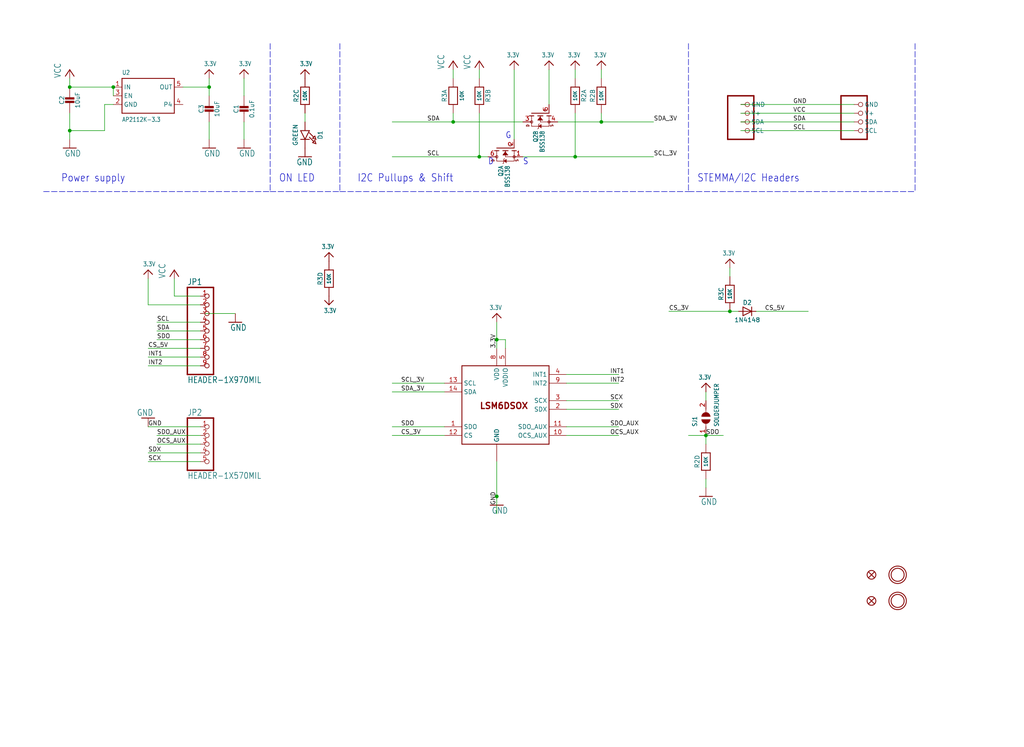
<source format=kicad_sch>
(kicad_sch (version 20211123) (generator eeschema)
  (paper "User" 298.45 217.881)
  (lib_symbols
    (symbol "Adafruit_LSM6DSOX-eagle-import:3.3V" (power)
      (property "Value" "3.3V" (at -1.524 1.016 0))
      (symbol "3.3V_1_0"
        (polyline (pts (xy -1.27 -1.27) (xy 0 0)) (stroke (width 0.254)))
        (polyline (pts (xy 0 0) (xy 1.27 -1.27)) (stroke (width 0.254)))
        (pin power_in line (at 0 -2.54 90) (length 2.54) (name "3.3V") (number "1"))
      )
    )
    (symbol "Adafruit_LSM6DSOX-eagle-import:CAP_CERAMIC0603_NO"
      (property "Reference" "C" (at -2.29 1.25 90))
      (property "Value" "CAP_CERAMIC0603_NO" (at 2.3 1.25 90))
      (symbol "CAP_CERAMIC0603_NO_1_0"
        (rectangle (start -1.27 0.508) (end 1.27 1.016) (fill (type outline)))
        (rectangle (start -1.27 1.524) (end 1.27 2.032) (fill (type outline)))
        (polyline (pts (xy 0 0.762) (xy 0 0)) (stroke (width 0.1524)))
        (polyline (pts (xy 0 2.54) (xy 0 1.778)) (stroke (width 0.1524)))
        (pin passive line (at 0 5.08 270) (length 2.54) (name "1") (number "1"))
        (pin passive line (at 0 -2.54 90) (length 2.54) (name "2") (number "2"))
      )
    )
    (symbol "Adafruit_LSM6DSOX-eagle-import:CAP_CERAMIC0805-NOOUTLINE"
      (property "Reference" "C" (at -2.29 1.25 90))
      (property "Value" "CAP_CERAMIC0805-NOOUTLINE" (at 2.3 1.25 90))
      (symbol "CAP_CERAMIC0805-NOOUTLINE_1_0"
        (rectangle (start -1.27 0.508) (end 1.27 1.016) (fill (type outline)))
        (rectangle (start -1.27 1.524) (end 1.27 2.032) (fill (type outline)))
        (polyline (pts (xy 0 0.762) (xy 0 0)) (stroke (width 0.1524)))
        (polyline (pts (xy 0 2.54) (xy 0 1.778)) (stroke (width 0.1524)))
        (pin passive line (at 0 5.08 270) (length 2.54) (name "1") (number "1"))
        (pin passive line (at 0 -2.54 90) (length 2.54) (name "2") (number "2"))
      )
    )
    (symbol "Adafruit_LSM6DSOX-eagle-import:DIODESOD-323"
      (property "Reference" "D" (at 0 2.54 0))
      (property "Value" "DIODESOD-323" (at 0 -2.5 0))
      (symbol "DIODESOD-323_1_0"
        (polyline (pts (xy -1.27 -1.27) (xy 1.27 0)) (stroke (width 0.254)))
        (polyline (pts (xy -1.27 1.27) (xy -1.27 -1.27)) (stroke (width 0.254)))
        (polyline (pts (xy 1.27 0) (xy -1.27 1.27)) (stroke (width 0.254)))
        (polyline (pts (xy 1.27 0) (xy 1.27 -1.27)) (stroke (width 0.254)))
        (polyline (pts (xy 1.27 1.27) (xy 1.27 0)) (stroke (width 0.254)))
        (pin passive line (at -2.54 0 0) (length 2.54) (name "A") (number "A"))
        (pin passive line (at 2.54 0 180) (length 2.54) (name "C") (number "C"))
      )
    )
    (symbol "Adafruit_LSM6DSOX-eagle-import:FIDUCIAL_1MM"
      (symbol "FIDUCIAL_1MM_1_0"
        (polyline (pts (xy -0.762 0.762) (xy 0.762 -0.762)) (stroke (width 0.254)))
        (polyline (pts (xy 0.762 0.762) (xy -0.762 -0.762)) (stroke (width 0.254)))
        (circle (center 0 0) (radius 1.27) (stroke (width 0.254)))
      )
    )
    (symbol "Adafruit_LSM6DSOX-eagle-import:GND" (power)
      (property "Value" "GND" (at -2.54 -2.54 0))
      (symbol "GND_1_0"
        (polyline (pts (xy -1.905 0) (xy 1.905 0)) (stroke (width 0.254)))
        (pin power_in line (at 0 2.54 270) (length 2.54) (name "GND") (number "1"))
      )
    )
    (symbol "Adafruit_LSM6DSOX-eagle-import:HEADER-1X570MIL"
      (property "Reference" "JP" (at -6.35 8.255 0))
      (property "Value" "HEADER-1X570MIL" (at -6.35 -10.16 0))
      (symbol "HEADER-1X570MIL_1_0"
        (polyline (pts (xy -6.35 -7.62) (xy 1.27 -7.62)) (stroke (width 0.4064)))
        (polyline (pts (xy -6.35 7.62) (xy -6.35 -7.62)) (stroke (width 0.4064)))
        (polyline (pts (xy 1.27 -7.62) (xy 1.27 7.62)) (stroke (width 0.4064)))
        (polyline (pts (xy 1.27 7.62) (xy -6.35 7.62)) (stroke (width 0.4064)))
        (pin passive inverted (at -2.54 5.08 0) (length 2.54) (name "1") (number "1"))
        (pin passive inverted (at -2.54 2.54 0) (length 2.54) (name "2") (number "2"))
        (pin passive inverted (at -2.54 0 0) (length 2.54) (name "3") (number "3"))
        (pin passive inverted (at -2.54 -2.54 0) (length 2.54) (name "4") (number "4"))
        (pin passive inverted (at -2.54 -5.08 0) (length 2.54) (name "5") (number "5"))
      )
    )
    (symbol "Adafruit_LSM6DSOX-eagle-import:HEADER-1X970MIL"
      (property "Reference" "JP" (at -6.35 13.335 0))
      (property "Value" "HEADER-1X970MIL" (at -6.35 -15.24 0))
      (symbol "HEADER-1X970MIL_1_0"
        (polyline (pts (xy -6.35 -12.7) (xy 1.27 -12.7)) (stroke (width 0.4064)))
        (polyline (pts (xy -6.35 12.7) (xy -6.35 -12.7)) (stroke (width 0.4064)))
        (polyline (pts (xy 1.27 -12.7) (xy 1.27 12.7)) (stroke (width 0.4064)))
        (polyline (pts (xy 1.27 12.7) (xy -6.35 12.7)) (stroke (width 0.4064)))
        (pin passive inverted (at -2.54 10.16 0) (length 2.54) (name "1") (number "1"))
        (pin passive inverted (at -2.54 7.62 0) (length 2.54) (name "2") (number "2"))
        (pin passive inverted (at -2.54 5.08 0) (length 2.54) (name "3") (number "3"))
        (pin passive inverted (at -2.54 2.54 0) (length 2.54) (name "4") (number "4"))
        (pin passive inverted (at -2.54 0 0) (length 2.54) (name "5") (number "5"))
        (pin passive inverted (at -2.54 -2.54 0) (length 2.54) (name "6") (number "6"))
        (pin passive inverted (at -2.54 -5.08 0) (length 2.54) (name "7") (number "7"))
        (pin passive inverted (at -2.54 -7.62 0) (length 2.54) (name "8") (number "8"))
        (pin passive inverted (at -2.54 -10.16 0) (length 2.54) (name "9") (number "9"))
      )
    )
    (symbol "Adafruit_LSM6DSOX-eagle-import:LED0603_NOOUTLINE"
      (property "Reference" "D" (at -1.27 4.445 0))
      (property "Value" "LED0603_NOOUTLINE" (at -1.27 -2.794 0))
      (symbol "LED0603_NOOUTLINE_1_0"
        (polyline (pts (xy -2.54 -1.27) (xy 0 0)) (stroke (width 0.254)))
        (polyline (pts (xy -2.54 1.27) (xy -2.54 -1.27)) (stroke (width 0.254)))
        (polyline (pts (xy -1.905 1.27) (xy -0.635 2.54)) (stroke (width 0.254)))
        (polyline (pts (xy -0.9525 2.8575) (xy -0.3175 2.2225)) (stroke (width 0.254)))
        (polyline (pts (xy -0.635 1.27) (xy 0.635 2.54)) (stroke (width 0.254)))
        (polyline (pts (xy -0.3175 2.2225) (xy 0 3.175)) (stroke (width 0.254)))
        (polyline (pts (xy 0 0) (xy -2.54 1.27)) (stroke (width 0.254)))
        (polyline (pts (xy 0 0) (xy 0 -1.27)) (stroke (width 0.254)))
        (polyline (pts (xy 0 1.27) (xy 0 0)) (stroke (width 0.254)))
        (polyline (pts (xy 0 3.175) (xy -0.9525 2.8575)) (stroke (width 0.254)))
        (polyline (pts (xy 0.3175 2.8575) (xy 0.9525 2.2225)) (stroke (width 0.254)))
        (polyline (pts (xy 0.9525 2.2225) (xy 1.27 3.175)) (stroke (width 0.254)))
        (polyline (pts (xy 1.27 3.175) (xy 0.3175 2.8575)) (stroke (width 0.254)))
        (pin passive line (at -5.08 0 0) (length 2.54) (name "A") (number "A"))
        (pin passive line (at 2.54 0 180) (length 2.54) (name "C") (number "C"))
      )
    )
    (symbol "Adafruit_LSM6DSOX-eagle-import:LSM6DSOX"
      (symbol "LSM6DSOX_1_0"
        (polyline (pts (xy -10.16 -12.7) (xy -10.16 10.16)) (stroke (width 0.254)))
        (polyline (pts (xy -10.16 10.16) (xy 15.24 10.16)) (stroke (width 0.254)))
        (polyline (pts (xy 15.24 -12.7) (xy -10.16 -12.7)) (stroke (width 0.254)))
        (polyline (pts (xy 15.24 10.16) (xy 15.24 -12.7)) (stroke (width 0.254)))
        (text "LSM6DSOX" (at -5.08 -2.54 0) (effects (font (size 1.778 1.778) (thickness 0.3556) bold) (justify left bottom)))
        (pin bidirectional line (at -15.24 -7.62 0) (length 5.08) (name "SDO") (number "1"))
        (pin bidirectional line (at 20.32 -10.16 180) (length 5.08) (name "OCS_AUX") (number "10"))
        (pin bidirectional line (at 20.32 -7.62 180) (length 5.08) (name "SDO_AUX") (number "11"))
        (pin bidirectional line (at -15.24 -10.16 0) (length 5.08) (name "CS") (number "12"))
        (pin bidirectional line (at -15.24 5.08 0) (length 5.08) (name "SCL") (number "13"))
        (pin bidirectional line (at -15.24 2.54 0) (length 5.08) (name "SDA") (number "14"))
        (pin bidirectional line (at 20.32 -2.54 180) (length 5.08) (name "SDX") (number "2"))
        (pin bidirectional line (at 20.32 0 180) (length 5.08) (name "SCX") (number "3"))
        (pin bidirectional line (at 20.32 7.62 180) (length 5.08) (name "INT1") (number "4"))
        (pin power_in line (at 2.54 15.24 270) (length 5.08) (name "VDDIO") (number "5"))
        (pin power_in line (at 0 -17.78 90) (length 5.08) (name "GND") (number "6"))
        (pin power_in line (at 0 -17.78 90) (length 5.08) (name "GND") (number "7"))
        (pin power_in line (at 0 15.24 270) (length 5.08) (name "VDD") (number "8"))
        (pin bidirectional line (at 20.32 5.08 180) (length 5.08) (name "INT2") (number "9"))
      )
    )
    (symbol "Adafruit_LSM6DSOX-eagle-import:MOSFET-N_DUAL"
      (property "Reference" "Q" (at 5.08 0.635 0))
      (property "Value" "MOSFET-N_DUAL" (at 5.08 -1.27 0))
      (symbol "MOSFET-N_DUAL_1_0"
        (polyline (pts (xy 0 2.54) (xy 0 -2.54)) (stroke (width 0.254)))
        (polyline (pts (xy 0.762 -2.54) (xy 0.762 -3.175)) (stroke (width 0.254)))
        (polyline (pts (xy 0.762 -1.905) (xy 0.762 -2.54)) (stroke (width 0.254)))
        (polyline (pts (xy 0.762 0) (xy 0.762 -0.762)) (stroke (width 0.254)))
        (polyline (pts (xy 0.762 0) (xy 2.54 0)) (stroke (width 0.1524)))
        (polyline (pts (xy 0.762 0.762) (xy 0.762 0)) (stroke (width 0.254)))
        (polyline (pts (xy 0.762 2.54) (xy 0.762 1.905)) (stroke (width 0.254)))
        (polyline (pts (xy 0.762 2.54) (xy 3.81 2.54)) (stroke (width 0.1524)))
        (polyline (pts (xy 0.762 3.175) (xy 0.762 2.54)) (stroke (width 0.254)))
        (polyline (pts (xy 2.54 -2.54) (xy 0.762 -2.54)) (stroke (width 0.1524)))
        (polyline (pts (xy 2.54 -2.54) (xy 3.81 -2.54)) (stroke (width 0.1524)))
        (polyline (pts (xy 2.54 0) (xy 2.54 -2.54)) (stroke (width 0.1524)))
        (polyline (pts (xy 3.302 0.508) (xy 3.048 0.254)) (stroke (width 0.1524)))
        (polyline (pts (xy 3.81 0.508) (xy 3.302 0.508)) (stroke (width 0.1524)))
        (polyline (pts (xy 3.81 0.508) (xy 3.81 -2.54)) (stroke (width 0.1524)))
        (polyline (pts (xy 3.81 2.54) (xy 3.81 0.508)) (stroke (width 0.1524)))
        (polyline (pts (xy 4.318 0.508) (xy 3.81 0.508)) (stroke (width 0.1524)))
        (polyline (pts (xy 4.572 0.762) (xy 4.318 0.508)) (stroke (width 0.1524)))
        (polyline (pts (xy 1.016 0) (xy 2.032 0.762) (xy 2.032 -0.762)) (fill (type outline)))
        (polyline (pts (xy 3.81 0.508) (xy 3.302 -0.254) (xy 4.318 -0.254)) (fill (type outline)))
        (circle (center 2.54 -2.54) (radius 0.3592))
        (circle (center 2.54 2.54) (radius 0.3592))
        (text "D" (at 3.175 3.175 0) (effects (font (size 0.8128 0.6908)) (justify left bottom)))
        (text "G" (at -1.27 -1.905 0) (effects (font (size 0.8128 0.6908)) (justify left bottom)))
        (text "S" (at 3.175 -3.81 0) (effects (font (size 0.8128 0.6908)) (justify left bottom)))
        (pin bidirectional line (at 2.54 -5.08 90) (length 2.54) (name "S") (number "1"))
        (pin bidirectional line (at -2.54 -2.54 0) (length 2.54) (name "G") (number "2"))
        (pin bidirectional line (at 2.54 5.08 270) (length 2.54) (name "D") (number "6"))
      )
      (symbol "MOSFET-N_DUAL_2_0"
        (polyline (pts (xy 0 2.54) (xy 0 -2.54)) (stroke (width 0.254)))
        (polyline (pts (xy 0.762 -2.54) (xy 0.762 -3.175)) (stroke (width 0.254)))
        (polyline (pts (xy 0.762 -1.905) (xy 0.762 -2.54)) (stroke (width 0.254)))
        (polyline (pts (xy 0.762 0) (xy 0.762 -0.762)) (stroke (width 0.254)))
        (polyline (pts (xy 0.762 0) (xy 2.54 0)) (stroke (width 0.1524)))
        (polyline (pts (xy 0.762 0.762) (xy 0.762 0)) (stroke (width 0.254)))
        (polyline (pts (xy 0.762 2.54) (xy 0.762 1.905)) (stroke (width 0.254)))
        (polyline (pts (xy 0.762 2.54) (xy 3.81 2.54)) (stroke (width 0.1524)))
        (polyline (pts (xy 0.762 3.175) (xy 0.762 2.54)) (stroke (width 0.254)))
        (polyline (pts (xy 2.54 -2.54) (xy 0.762 -2.54)) (stroke (width 0.1524)))
        (polyline (pts (xy 2.54 -2.54) (xy 3.81 -2.54)) (stroke (width 0.1524)))
        (polyline (pts (xy 2.54 0) (xy 2.54 -2.54)) (stroke (width 0.1524)))
        (polyline (pts (xy 3.302 0.508) (xy 3.048 0.254)) (stroke (width 0.1524)))
        (polyline (pts (xy 3.81 0.508) (xy 3.302 0.508)) (stroke (width 0.1524)))
        (polyline (pts (xy 3.81 0.508) (xy 3.81 -2.54)) (stroke (width 0.1524)))
        (polyline (pts (xy 3.81 2.54) (xy 3.81 0.508)) (stroke (width 0.1524)))
        (polyline (pts (xy 4.318 0.508) (xy 3.81 0.508)) (stroke (width 0.1524)))
        (polyline (pts (xy 4.572 0.762) (xy 4.318 0.508)) (stroke (width 0.1524)))
        (polyline (pts (xy 1.016 0) (xy 2.032 0.762) (xy 2.032 -0.762)) (fill (type outline)))
        (polyline (pts (xy 3.81 0.508) (xy 3.302 -0.254) (xy 4.318 -0.254)) (fill (type outline)))
        (circle (center 2.54 -2.54) (radius 0.3592))
        (circle (center 2.54 2.54) (radius 0.3592))
        (text "D" (at 3.175 3.175 0) (effects (font (size 0.8128 0.6908)) (justify left bottom)))
        (text "G" (at -1.27 -1.905 0) (effects (font (size 0.8128 0.6908)) (justify left bottom)))
        (text "S" (at 3.175 -3.81 0) (effects (font (size 0.8128 0.6908)) (justify left bottom)))
        (pin bidirectional line (at 2.54 5.08 270) (length 2.54) (name "D") (number "3"))
        (pin bidirectional line (at 2.54 -5.08 90) (length 2.54) (name "S") (number "4"))
        (pin bidirectional line (at -2.54 -2.54 0) (length 2.54) (name "G") (number "5"))
      )
    )
    (symbol "Adafruit_LSM6DSOX-eagle-import:MOUNTINGHOLE2.5"
      (symbol "MOUNTINGHOLE2.5_1_0"
        (circle (center 0 0) (radius 1.905) (stroke (width 0.254)))
        (circle (center 0 0) (radius 2.54) (stroke (width 0.254)))
      )
    )
    (symbol "Adafruit_LSM6DSOX-eagle-import:RESISTOR_4PACK"
      (property "Reference" "R" (at 0 2.54 0))
      (property "Value" "RESISTOR_4PACK" (at 0 0 0))
      (symbol "RESISTOR_4PACK_1_0"
        (polyline (pts (xy -2.54 -1.27) (xy -2.54 1.27)) (stroke (width 0.254)))
        (polyline (pts (xy -2.54 1.27) (xy 2.54 1.27)) (stroke (width 0.254)))
        (polyline (pts (xy 2.54 -1.27) (xy -2.54 -1.27)) (stroke (width 0.254)))
        (polyline (pts (xy 2.54 1.27) (xy 2.54 -1.27)) (stroke (width 0.254)))
        (pin passive line (at -5.08 0 0) (length 2.54) (name "1") (number "1"))
        (pin passive line (at 5.08 0 180) (length 2.54) (name "2") (number "8"))
      )
      (symbol "RESISTOR_4PACK_2_0"
        (polyline (pts (xy -2.54 -1.27) (xy -2.54 1.27)) (stroke (width 0.254)))
        (polyline (pts (xy -2.54 1.27) (xy 2.54 1.27)) (stroke (width 0.254)))
        (polyline (pts (xy 2.54 -1.27) (xy -2.54 -1.27)) (stroke (width 0.254)))
        (polyline (pts (xy 2.54 1.27) (xy 2.54 -1.27)) (stroke (width 0.254)))
        (pin passive line (at -5.08 0 0) (length 2.54) (name "1") (number "2"))
        (pin passive line (at 5.08 0 180) (length 2.54) (name "2") (number "7"))
      )
      (symbol "RESISTOR_4PACK_3_0"
        (polyline (pts (xy -2.54 -1.27) (xy -2.54 1.27)) (stroke (width 0.254)))
        (polyline (pts (xy -2.54 1.27) (xy 2.54 1.27)) (stroke (width 0.254)))
        (polyline (pts (xy 2.54 -1.27) (xy -2.54 -1.27)) (stroke (width 0.254)))
        (polyline (pts (xy 2.54 1.27) (xy 2.54 -1.27)) (stroke (width 0.254)))
        (pin passive line (at -5.08 0 0) (length 2.54) (name "1") (number "3"))
        (pin passive line (at 5.08 0 180) (length 2.54) (name "2") (number "6"))
      )
      (symbol "RESISTOR_4PACK_4_0"
        (polyline (pts (xy -2.54 -1.27) (xy -2.54 1.27)) (stroke (width 0.254)))
        (polyline (pts (xy -2.54 1.27) (xy 2.54 1.27)) (stroke (width 0.254)))
        (polyline (pts (xy 2.54 -1.27) (xy -2.54 -1.27)) (stroke (width 0.254)))
        (polyline (pts (xy 2.54 1.27) (xy 2.54 -1.27)) (stroke (width 0.254)))
        (pin passive line (at -5.08 0 0) (length 2.54) (name "1") (number "4"))
        (pin passive line (at 5.08 0 180) (length 2.54) (name "2") (number "5"))
      )
    )
    (symbol "Adafruit_LSM6DSOX-eagle-import:SOLDERJUMPER"
      (property "Reference" "SJ" (at -2.54 2.54 0))
      (property "Value" "SOLDERJUMPER" (at -2.54 -3.81 0))
      (symbol "SOLDERJUMPER_1_0"
        (arc (start -0.381 1.2699) (mid -1.6508 0) (end -0.381 -1.2699) (stroke (width 0.0001)) (fill (type outline)))
        (polyline (pts (xy -2.54 0) (xy -1.651 0)) (stroke (width 0.1524)))
        (polyline (pts (xy 2.54 0) (xy 1.651 0)) (stroke (width 0.1524)))
        (arc (start 0.381 -1.2699) (mid 1.6508 0) (end 0.381 1.2699) (stroke (width 0.0001)) (fill (type outline)))
        (pin passive line (at -5.08 0 0) (length 2.54) (name "1") (number "1"))
        (pin passive line (at 5.08 0 180) (length 2.54) (name "2") (number "2"))
      )
    )
    (symbol "Adafruit_LSM6DSOX-eagle-import:STEMMA_I2C_QT"
      (symbol "STEMMA_I2C_QT_1_0"
        (polyline (pts (xy -3.81 -5.08) (xy 3.81 -5.08)) (stroke (width 0.4064)))
        (polyline (pts (xy -3.81 7.62) (xy -3.81 -5.08)) (stroke (width 0.4064)))
        (polyline (pts (xy 3.81 -5.08) (xy 3.81 7.62)) (stroke (width 0.4064)))
        (polyline (pts (xy 3.81 7.62) (xy -3.81 7.62)) (stroke (width 0.4064)))
        (pin passive inverted (at 0 5.08 0) (length 2.54) (name "GND") (number "1"))
        (pin passive inverted (at 0 2.54 0) (length 2.54) (name "V+") (number "2"))
        (pin passive inverted (at 0 0 0) (length 2.54) (name "SDA") (number "3"))
        (pin passive inverted (at 0 -2.54 0) (length 2.54) (name "SCL") (number "4"))
      )
      (symbol "STEMMA_I2C_QT_2_0"
        (pin bidirectional line (at 0 0 0) (length 5.08) (name "MT") (number "MT1"))
      )
      (symbol "STEMMA_I2C_QT_3_0"
        (pin bidirectional line (at 0 0 0) (length 5.08) (name "MT") (number "MT2"))
      )
    )
    (symbol "Adafruit_LSM6DSOX-eagle-import:VCC" (power)
      (property "Value" "VCC" (at -2.54 -2.54 90))
      (symbol "VCC_1_0"
        (polyline (pts (xy 0 0) (xy -1.27 -1.905)) (stroke (width 0.254)))
        (polyline (pts (xy 1.27 -1.905) (xy 0 0)) (stroke (width 0.254)))
        (pin power_in line (at 0 -2.54 90) (length 2.54) (name "VCC") (number "1"))
      )
    )
    (symbol "Adafruit_LSM6DSOX-eagle-import:VREG_SOT23-5"
      (property "Reference" "U" (at -7.62 6.096 0))
      (property "Value" "VREG_SOT23-5" (at -7.62 -7.62 0))
      (symbol "VREG_SOT23-5_1_0"
        (polyline (pts (xy -7.62 -5.08) (xy -7.62 5.08)) (stroke (width 0.254)))
        (polyline (pts (xy -7.62 5.08) (xy 7.62 5.08)) (stroke (width 0.254)))
        (polyline (pts (xy 7.62 -5.08) (xy -7.62 -5.08)) (stroke (width 0.254)))
        (polyline (pts (xy 7.62 5.08) (xy 7.62 -5.08)) (stroke (width 0.254)))
        (pin power_in line (at -10.16 2.54 0) (length 2.54) (name "IN") (number "1"))
        (pin power_in line (at -10.16 -2.54 0) (length 2.54) (name "GND") (number "2"))
        (pin input line (at -10.16 0 0) (length 2.54) (name "EN") (number "3"))
        (pin bidirectional line (at 10.16 -2.54 180) (length 2.54) (name "P4") (number "4"))
        (pin power_in line (at 10.16 2.54 180) (length 2.54) (name "OUT") (number "5"))
      )
    )
  )
  (junction (at 205.74 127))
  (junction (at 212.725 90.805))
  (junction (at 144.78 99.06))
  (junction (at 60.96 25.4))
  (junction (at 20.32 38.1))
  (junction (at 167.64 45.72))
  (junction (at 139.7 45.72))
  (junction (at 175.26 35.56))
  (junction (at 33.02 25.4))
  (junction (at 144.78 144.78))
  (junction (at 20.32 25.4))
  (junction (at 132.08 35.56))
  (wire (pts (xy 60.96 25.4) (xy 60.96 22.86)))
  (polyline (pts (xy 78.74 55.88) (xy 99.06 55.88)))
  (wire (pts (xy 167.64 22.86) (xy 167.64 20.32)))
  (wire (pts (xy 43.18 88.9) (xy 43.18 81.28)))
  (wire (pts (xy 20.32 38.1) (xy 20.32 33.02)))
  (polyline (pts (xy 99.06 12.7) (xy 99.06 55.88)))
  (polyline (pts (xy 200.66 12.7) (xy 200.66 55.88)))
  (wire (pts (xy 144.78 144.78) (xy 144.78 149.86)))
  (wire (pts (xy 33.02 27.94) (xy 33.02 25.4)))
  (wire (pts (xy 160.02 30.48) (xy 160.02 20.32)))
  (wire (pts (xy 58.42 93.98) (xy 45.72 93.98)))
  (wire (pts (xy 139.7 22.86) (xy 139.7 20.32)))
  (wire (pts (xy 215.9 33.02) (xy 248.92 33.02)))
  (wire (pts (xy 144.78 134.62) (xy 144.78 144.78)))
  (wire (pts (xy 60.96 35.56) (xy 60.96 40.64)))
  (wire (pts (xy 152.4 35.56) (xy 132.08 35.56)))
  (wire (pts (xy 43.18 106.68) (xy 58.42 106.68)))
  (wire (pts (xy 58.42 86.36) (xy 50.8 86.36)))
  (wire (pts (xy 129.54 111.76) (xy 114.3 111.76)))
  (wire (pts (xy 165.1 124.46) (xy 180.34 124.46)))
  (wire (pts (xy 205.74 129.54) (xy 205.74 127)))
  (wire (pts (xy 212.725 80.645) (xy 212.725 78.105)))
  (wire (pts (xy 162.56 35.56) (xy 175.26 35.56)))
  (wire (pts (xy 58.42 127) (xy 45.72 127)))
  (wire (pts (xy 33.02 25.4) (xy 20.32 25.4)))
  (wire (pts (xy 167.64 33.02) (xy 167.64 45.72)))
  (wire (pts (xy 58.42 101.6) (xy 43.18 101.6)))
  (wire (pts (xy 142.24 45.72) (xy 139.7 45.72)))
  (wire (pts (xy 248.92 35.56) (xy 215.9 35.56)))
  (wire (pts (xy 144.78 101.6) (xy 144.78 99.06)))
  (wire (pts (xy 20.32 22.86) (xy 20.32 25.4)))
  (wire (pts (xy 33.02 30.48) (xy 30.48 30.48)))
  (wire (pts (xy 147.32 101.6) (xy 147.32 99.06)))
  (wire (pts (xy 165.1 119.38) (xy 180.34 119.38)))
  (wire (pts (xy 30.48 30.48) (xy 30.48 38.1)))
  (wire (pts (xy 132.08 33.02) (xy 132.08 35.56)))
  (wire (pts (xy 71.12 35.56) (xy 71.12 40.64)))
  (polyline (pts (xy 12.7 55.88) (xy 78.74 55.88)))
  (wire (pts (xy 71.12 22.86) (xy 71.12 27.94)))
  (polyline (pts (xy 266.7 12.7) (xy 266.7 55.88)))
  (wire (pts (xy 147.32 99.06) (xy 144.78 99.06)))
  (wire (pts (xy 58.42 104.14) (xy 43.18 104.14)))
  (wire (pts (xy 58.42 96.52) (xy 45.72 96.52)))
  (polyline (pts (xy 200.66 55.88) (xy 266.7 55.88)))
  (wire (pts (xy 205.74 116.84) (xy 205.74 114.3)))
  (wire (pts (xy 20.32 38.1) (xy 20.32 40.64)))
  (wire (pts (xy 149.86 40.64) (xy 149.86 20.32)))
  (wire (pts (xy 129.54 124.46) (xy 114.3 124.46)))
  (wire (pts (xy 248.92 30.48) (xy 215.9 30.48)))
  (wire (pts (xy 215.265 90.805) (xy 212.725 90.805)))
  (wire (pts (xy 88.9 35.56) (xy 88.9 33.02)))
  (wire (pts (xy 58.42 88.9) (xy 43.18 88.9)))
  (wire (pts (xy 167.64 45.72) (xy 190.5 45.72)))
  (wire (pts (xy 132.08 35.56) (xy 114.3 35.56)))
  (wire (pts (xy 58.42 134.62) (xy 43.18 134.62)))
  (polyline (pts (xy 78.74 12.7) (xy 78.74 55.88)))
  (wire (pts (xy 165.1 127) (xy 180.34 127)))
  (wire (pts (xy 144.78 99.06) (xy 144.78 93.98)))
  (wire (pts (xy 212.725 90.805) (xy 194.945 90.805)))
  (wire (pts (xy 139.7 45.72) (xy 114.3 45.72)))
  (wire (pts (xy 139.7 33.02) (xy 139.7 45.72)))
  (wire (pts (xy 58.42 129.54) (xy 45.72 129.54)))
  (wire (pts (xy 165.1 116.84) (xy 180.34 116.84)))
  (wire (pts (xy 205.74 142.24) (xy 205.74 139.7)))
  (wire (pts (xy 152.4 45.72) (xy 167.64 45.72)))
  (wire (pts (xy 175.26 22.86) (xy 175.26 20.32)))
  (wire (pts (xy 220.345 90.805) (xy 235.585 90.805)))
  (wire (pts (xy 58.42 124.46) (xy 43.18 124.46)))
  (wire (pts (xy 205.74 127) (xy 200.66 127)))
  (wire (pts (xy 50.8 86.36) (xy 50.8 81.28)))
  (wire (pts (xy 129.54 127) (xy 114.3 127)))
  (wire (pts (xy 205.74 127) (xy 210.82 127)))
  (wire (pts (xy 215.9 38.1) (xy 248.92 38.1)))
  (wire (pts (xy 58.42 132.08) (xy 43.18 132.08)))
  (wire (pts (xy 60.96 25.4) (xy 60.96 27.94)))
  (wire (pts (xy 165.1 111.76) (xy 180.34 111.76)))
  (wire (pts (xy 132.08 22.86) (xy 132.08 20.32)))
  (wire (pts (xy 175.26 35.56) (xy 190.5 35.56)))
  (wire (pts (xy 53.34 25.4) (xy 60.96 25.4)))
  (wire (pts (xy 175.26 33.02) (xy 175.26 35.56)))
  (wire (pts (xy 129.54 114.3) (xy 114.3 114.3)))
  (wire (pts (xy 58.42 99.06) (xy 45.72 99.06)))
  (wire (pts (xy 58.42 91.44) (xy 68.58 91.44)))
  (wire (pts (xy 30.48 38.1) (xy 20.32 38.1)))
  (wire (pts (xy 165.1 109.22) (xy 180.34 109.22)))
  (polyline (pts (xy 99.06 55.88) (xy 200.66 55.88)))
  (text "Power supply" (at 17.78 53.34 180) (effects (font (size 2.1844 1.8567)) (justify left bottom)))
  (text "G" (at 147.32 40.64 180) (effects (font (size 1.778 1.5113)) (justify left bottom)))
  (text "S" (at 152.4 48.26 180) (effects (font (size 1.778 1.5113)) (justify left bottom)))
  (text "I2C Pullups & Shift" (at 104.14 53.34 180) (effects (font (size 2.1844 1.8567)) (justify left bottom)))
  (text "D" (at 142.24 48.26 180) (effects (font (size 1.778 1.5113)) (justify left bottom)))
  (text "STEMMA/I2C Headers" (at 203.2 53.34 180) (effects (font (size 2.1844 1.8567)) (justify left bottom)))
  (text "ON LED" (at 81.28 53.34 180) (effects (font (size 2.1844 1.8567)) (justify left bottom)))
  (label "SCL" (at 124.46 45.72 0) (effects (font (size 1.2446 1.2446))))
  (label "CS_5V" (at 43.18 101.6 0) (effects (font (size 1.2446 1.2446))))
  (label "INT1" (at 43.18 104.14 0) (effects (font (size 1.2446 1.2446))))
  (label "GND" (at 43.18 124.46 0) (effects (font (size 1.2446 1.2446))))
  (label "SCL_3V" (at 190.5 45.72 0) (effects (font (size 1.2446 1.2446))))
  (label "3.3V" (at 144.78 101.6 90) (effects (font (size 1.2446 1.2446))))
  (label "SCL_3V" (at 116.84 111.76 0) (effects (font (size 1.2446 1.2446))))
  (label "SDX" (at 177.8 119.38 0) (effects (font (size 1.2446 1.2446))))
  (label "SDO" (at 116.84 124.46 0) (effects (font (size 1.2446 1.2446))))
  (label "SDO" (at 45.72 99.06 0) (effects (font (size 1.2446 1.2446))))
  (label "CS_5V" (at 222.885 90.805 0) (effects (font (size 1.2446 1.2446))))
  (label "INT2" (at 177.8 111.76 0) (effects (font (size 1.2446 1.2446))))
  (label "SDO_AUX" (at 177.8 124.46 0) (effects (font (size 1.2446 1.2446))))
  (label "SCX" (at 177.8 116.84 0) (effects (font (size 1.2446 1.2446))))
  (label "GND" (at 144.78 147.32 90) (effects (font (size 1.2446 1.2446))))
  (label "VCC" (at 231.14 33.02 0) (effects (font (size 1.2446 1.2446))))
  (label "SDA" (at 45.72 96.52 0) (effects (font (size 1.2446 1.2446))))
  (label "OCS_AUX" (at 45.72 129.54 0) (effects (font (size 1.2446 1.2446))))
  (label "INT2" (at 43.18 106.68 0) (effects (font (size 1.2446 1.2446))))
  (label "CS_3V" (at 116.84 127 0) (effects (font (size 1.2446 1.2446))))
  (label "SCL" (at 231.14 38.1 0) (effects (font (size 1.2446 1.2446))))
  (label "SDA" (at 124.46 35.56 0) (effects (font (size 1.2446 1.2446))))
  (label "SDO" (at 205.74 127 0) (effects (font (size 1.2446 1.2446))))
  (label "CS_3V" (at 194.945 90.805 0) (effects (font (size 1.2446 1.2446))))
  (label "SDX" (at 43.18 132.08 0) (effects (font (size 1.2446 1.2446))))
  (label "SCX" (at 43.18 134.62 0) (effects (font (size 1.2446 1.2446))))
  (label "SDO_AUX" (at 45.72 127 0) (effects (font (size 1.2446 1.2446))))
  (label "INT1" (at 177.8 109.22 0) (effects (font (size 1.2446 1.2446))))
  (label "SDA_3V" (at 190.5 35.56 0) (effects (font (size 1.2446 1.2446))))
  (label "OCS_AUX" (at 177.8 127 0) (effects (font (size 1.2446 1.2446))))
  (label "SCL" (at 45.72 93.98 0) (effects (font (size 1.2446 1.2446))))
  (label "SDA" (at 231.14 35.56 0) (effects (font (size 1.2446 1.2446))))
  (label "SDA_3V" (at 116.84 114.3 0) (effects (font (size 1.2446 1.2446))))
  (label "GND" (at 231.14 30.48 0) (effects (font (size 1.2446 1.2446))))
  (symbol (lib_id "Adafruit_LSM6DSOX-eagle-import:VCC") (at 20.32 20.32 0) (unit 1)
    (property "Reference" "#P+3" (effects hide))
    (property "Value" "VCC" (at 17.78 22.86 90) (effects (font (size 1.778 1.5113)) (justify left bottom)))
    (property "Footprint" "Adafruit_LSM6DSOX:" (effects hide))
  )
  (symbol (lib_id "Adafruit_LSM6DSOX-eagle-import:RESISTOR_4PACK") (at 88.9 27.94 90) (unit 3)
    (property "Reference" "R2" (at 86.36 27.94 0))
    (property "Value" "10K" (at 88.9 27.94 0) (effects (font (size 1.016 1.016) bold)))
    (property "Footprint" "Adafruit_LSM6DSOX:RESPACK_4X0603" (effects hide))
  )
  (symbol (lib_id "Adafruit_LSM6DSOX-eagle-import:DIODESOD-323") (at 217.805 90.805 0) (unit 1)
    (property "Reference" "D2" (at 217.805 88.265 0))
    (property "Value" "1N4148" (at 217.805 93.305 0))
    (property "Footprint" "Adafruit_LSM6DSOX:SOD-323" (effects hide))
  )
  (symbol (lib_id "Adafruit_LSM6DSOX-eagle-import:3.3V") (at 167.64 17.78 0) (mirror y) (unit 1)
    (property "Reference" "#U$24" (effects hide))
    (property "Value" "3.3V" (at 169.164 16.764 0) (effects (font (size 1.27 1.0795)) (justify left bottom)))
    (property "Footprint" "Adafruit_LSM6DSOX:" (effects hide))
  )
  (symbol (lib_id "Adafruit_LSM6DSOX-eagle-import:3.3V") (at 144.78 91.44 0) (mirror y) (unit 1)
    (property "Reference" "#U$4" (effects hide))
    (property "Value" "3.3V" (at 146.304 90.424 0) (effects (font (size 1.27 1.0795)) (justify left bottom)))
    (property "Footprint" "Adafruit_LSM6DSOX:" (effects hide))
  )
  (symbol (lib_id "Adafruit_LSM6DSOX-eagle-import:CAP_CERAMIC0805-NOOUTLINE") (at 20.32 30.48 0) (unit 1)
    (property "Reference" "C2" (at 18.03 29.23 90))
    (property "Value" "10uF" (at 22.62 29.23 90))
    (property "Footprint" "Adafruit_LSM6DSOX:0805-NO" (effects hide))
  )
  (symbol (lib_id "Adafruit_LSM6DSOX-eagle-import:3.3V") (at 43.18 78.74 0) (unit 1)
    (property "Reference" "#U$16" (effects hide))
    (property "Value" "3.3V" (at 41.656 77.724 0) (effects (font (size 1.27 1.0795)) (justify left bottom)))
    (property "Footprint" "Adafruit_LSM6DSOX:" (effects hide))
  )
  (symbol (lib_id "Adafruit_LSM6DSOX-eagle-import:RESISTOR_4PACK") (at 205.74 134.62 90) (unit 4)
    (property "Reference" "R2" (at 203.2 134.62 0))
    (property "Value" "10K" (at 205.74 134.62 0) (effects (font (size 1.016 1.016) bold)))
    (property "Footprint" "Adafruit_LSM6DSOX:RESPACK_4X0603" (effects hide))
  )
  (symbol (lib_id "Adafruit_LSM6DSOX-eagle-import:GND") (at 88.9 45.72 0) (unit 1)
    (property "Reference" "#GND6" (effects hide))
    (property "Value" "GND" (at 86.36 48.26 0) (effects (font (size 1.778 1.5113)) (justify left bottom)))
    (property "Footprint" "Adafruit_LSM6DSOX:" (effects hide))
  )
  (symbol (lib_id "Adafruit_LSM6DSOX-eagle-import:MOSFET-N_DUAL") (at 147.32 43.18 90) (mirror x) (unit 1)
    (property "Reference" "Q2" (at 146.685 48.26 0) (effects (font (size 1.27 1.0795)) (justify left bottom)))
    (property "Value" "BSS138" (at 148.59 48.26 0) (effects (font (size 1.27 1.0795)) (justify left bottom)))
    (property "Footprint" "Adafruit_LSM6DSOX:SOT363" (effects hide))
  )
  (symbol (lib_id "Adafruit_LSM6DSOX-eagle-import:3.3V") (at 95.885 73.66 0) (mirror y) (unit 1)
    (property "Reference" "#U$19" (effects hide))
    (property "Value" "3.3V" (at 97.409 72.644 0) (effects (font (size 1.27 1.0795)) (justify left bottom)))
    (property "Footprint" "Adafruit_LSM6DSOX:" (effects hide))
  )
  (symbol (lib_id "Adafruit_LSM6DSOX-eagle-import:GND") (at 144.78 147.32 0) (unit 1)
    (property "Reference" "#U$8" (effects hide))
    (property "Value" "GND" (at 143.256 149.86 0) (effects (font (size 1.778 1.5113)) (justify left bottom)))
    (property "Footprint" "Adafruit_LSM6DSOX:" (effects hide))
  )
  (symbol (lib_id "Adafruit_LSM6DSOX-eagle-import:STEMMA_I2C_QT") (at 215.9 35.56 0) (unit 1)
    (property "Reference" "CONN3" (effects hide))
    (property "Value" "STEMMA_I2C_QT" (effects hide))
    (property "Footprint" "Adafruit_LSM6DSOX:JST_SH4" (effects hide))
  )
  (symbol (lib_id "Adafruit_LSM6DSOX-eagle-import:RESISTOR_4PACK") (at 95.885 81.28 90) (unit 4)
    (property "Reference" "R3" (at 93.345 81.28 0))
    (property "Value" "10K" (at 95.885 81.28 0) (effects (font (size 1.016 1.016) bold)))
    (property "Footprint" "Adafruit_LSM6DSOX:RESPACK_4X0603" (effects hide))
  )
  (symbol (lib_id "Adafruit_LSM6DSOX-eagle-import:3.3V") (at 205.74 111.76 0) (mirror y) (unit 1)
    (property "Reference" "#U$11" (effects hide))
    (property "Value" "3.3V" (at 207.264 110.744 0) (effects (font (size 1.27 1.0795)) (justify left bottom)))
    (property "Footprint" "Adafruit_LSM6DSOX:" (effects hide))
  )
  (symbol (lib_id "Adafruit_LSM6DSOX-eagle-import:HEADER-1X570MIL") (at 60.96 129.54 0) (unit 1)
    (property "Reference" "JP2" (at 54.61 121.285 0) (effects (font (size 1.778 1.5113)) (justify left bottom)))
    (property "Value" "HEADER-1X570MIL" (at 54.61 139.7 0) (effects (font (size 1.778 1.5113)) (justify left bottom)))
    (property "Footprint" "Adafruit_LSM6DSOX:1X05_ROUND_70" (effects hide))
  )
  (symbol (lib_id "Adafruit_LSM6DSOX-eagle-import:MOSFET-N_DUAL") (at 157.48 33.02 90) (mirror x) (unit 2)
    (property "Reference" "Q2" (at 156.845 38.1 0) (effects (font (size 1.27 1.0795)) (justify left bottom)))
    (property "Value" "BSS138" (at 158.75 38.1 0) (effects (font (size 1.27 1.0795)) (justify left bottom)))
    (property "Footprint" "Adafruit_LSM6DSOX:SOT363" (effects hide))
  )
  (symbol (lib_id "Adafruit_LSM6DSOX-eagle-import:GND") (at 43.18 121.92 180) (unit 1)
    (property "Reference" "#U$22" (effects hide))
    (property "Value" "GND" (at 44.704 119.38 0) (effects (font (size 1.778 1.5113)) (justify left bottom)))
    (property "Footprint" "Adafruit_LSM6DSOX:" (effects hide))
  )
  (symbol (lib_id "Adafruit_LSM6DSOX-eagle-import:RESISTOR_4PACK") (at 212.725 85.725 90) (mirror x) (unit 3)
    (property "Reference" "R3" (at 210.185 85.725 0))
    (property "Value" "10K" (at 212.725 85.725 0) (effects (font (size 1.016 1.016) bold)))
    (property "Footprint" "Adafruit_LSM6DSOX:RESPACK_4X0603" (effects hide))
  )
  (symbol (lib_id "Adafruit_LSM6DSOX-eagle-import:MOUNTINGHOLE2.5") (at 261.62 175.26 0) (unit 1)
    (property "Reference" "U$1" (effects hide))
    (property "Value" "MOUNTINGHOLE2.5" (effects hide))
    (property "Footprint" "Adafruit_LSM6DSOX:MOUNTINGHOLE_2.5_PLATED" (effects hide))
  )
  (symbol (lib_id "Adafruit_LSM6DSOX-eagle-import:RESISTOR_4PACK") (at 167.64 27.94 270) (unit 1)
    (property "Reference" "R2" (at 170.18 27.94 0))
    (property "Value" "10K" (at 167.64 27.94 0) (effects (font (size 1.016 1.016) bold)))
    (property "Footprint" "Adafruit_LSM6DSOX:RESPACK_4X0603" (effects hide))
  )
  (symbol (lib_id "Adafruit_LSM6DSOX-eagle-import:SOLDERJUMPER") (at 205.74 121.92 90) (unit 1)
    (property "Reference" "SJ1" (at 203.2 124.46 0) (effects (font (size 1.27 1.0795)) (justify left bottom)))
    (property "Value" "SOLDERJUMPER" (at 209.55 124.46 0) (effects (font (size 1.27 1.0795)) (justify left bottom)))
    (property "Footprint" "Adafruit_LSM6DSOX:SOLDERJUMPER_ARROW_NOPASTE" (effects hide))
  )
  (symbol (lib_id "Adafruit_LSM6DSOX-eagle-import:VCC") (at 132.08 17.78 0) (unit 1)
    (property "Reference" "#P+1" (effects hide))
    (property "Value" "VCC" (at 129.54 20.32 90) (effects (font (size 1.778 1.5113)) (justify left bottom)))
    (property "Footprint" "Adafruit_LSM6DSOX:" (effects hide))
  )
  (symbol (lib_id "Adafruit_LSM6DSOX-eagle-import:FIDUCIAL_1MM") (at 254 167.64 0) (unit 1)
    (property "Reference" "FID4" (effects hide))
    (property "Value" "FIDUCIAL_1MM" (effects hide))
    (property "Footprint" "Adafruit_LSM6DSOX:FIDUCIAL_1MM" (effects hide))
  )
  (symbol (lib_id "Adafruit_LSM6DSOX-eagle-import:3.3V") (at 160.02 17.78 0) (mirror y) (unit 1)
    (property "Reference" "#U$23" (effects hide))
    (property "Value" "3.3V" (at 161.544 16.764 0) (effects (font (size 1.27 1.0795)) (justify left bottom)))
    (property "Footprint" "Adafruit_LSM6DSOX:" (effects hide))
  )
  (symbol (lib_id "Adafruit_LSM6DSOX-eagle-import:GND") (at 20.32 43.18 0) (unit 1)
    (property "Reference" "#U$13" (effects hide))
    (property "Value" "GND" (at 18.796 45.72 0) (effects (font (size 1.778 1.5113)) (justify left bottom)))
    (property "Footprint" "Adafruit_LSM6DSOX:" (effects hide))
  )
  (symbol (lib_id "Adafruit_LSM6DSOX-eagle-import:VCC") (at 50.8 78.74 0) (unit 1)
    (property "Reference" "#P+4" (effects hide))
    (property "Value" "VCC" (at 48.26 81.28 90) (effects (font (size 1.778 1.5113)) (justify left bottom)))
    (property "Footprint" "Adafruit_LSM6DSOX:" (effects hide))
  )
  (symbol (lib_id "Adafruit_LSM6DSOX-eagle-import:HEADER-1X970MIL") (at 60.96 96.52 0) (unit 1)
    (property "Reference" "JP1" (at 54.61 83.185 0) (effects (font (size 1.778 1.5113)) (justify left bottom)))
    (property "Value" "HEADER-1X970MIL" (at 54.61 111.76 0) (effects (font (size 1.778 1.5113)) (justify left bottom)))
    (property "Footprint" "Adafruit_LSM6DSOX:1X09_ROUND_70" (effects hide))
  )
  (symbol (lib_id "Adafruit_LSM6DSOX-eagle-import:LSM6DSOX") (at 144.78 116.84 0) (unit 1)
    (property "Reference" "U$2" (effects hide))
    (property "Value" "LSM6DSOX" (effects hide))
    (property "Footprint" "Adafruit_LSM6DSOX:LGA-14L" (effects hide))
  )
  (symbol (lib_id "Adafruit_LSM6DSOX-eagle-import:CAP_CERAMIC0603_NO") (at 71.12 33.02 0) (unit 1)
    (property "Reference" "C1" (at 68.83 31.77 90))
    (property "Value" "0.1uF" (at 73.42 31.77 90))
    (property "Footprint" "Adafruit_LSM6DSOX:0603-NO" (effects hide))
  )
  (symbol (lib_id "Adafruit_LSM6DSOX-eagle-import:MOUNTINGHOLE2.5") (at 261.62 167.64 0) (unit 1)
    (property "Reference" "U$17" (effects hide))
    (property "Value" "MOUNTINGHOLE2.5" (effects hide))
    (property "Footprint" "Adafruit_LSM6DSOX:MOUNTINGHOLE_2.5_PLATED" (effects hide))
  )
  (symbol (lib_id "Adafruit_LSM6DSOX-eagle-import:RESISTOR_4PACK") (at 132.08 27.94 90) (unit 1)
    (property "Reference" "R3" (at 129.54 27.94 0))
    (property "Value" "10K" (at 134.62 27.94 0) (effects (font (size 1.016 1.016) bold)))
    (property "Footprint" "Adafruit_LSM6DSOX:RESPACK_4X0603" (effects hide))
  )
  (symbol (lib_id "Adafruit_LSM6DSOX-eagle-import:LED0603_NOOUTLINE") (at 88.9 40.64 270) (unit 1)
    (property "Reference" "D1" (at 93.345 39.37 0))
    (property "Value" "GREEN" (at 86.106 39.37 0))
    (property "Footprint" "Adafruit_LSM6DSOX:CHIPLED_0603_NOOUTLINE" (effects hide))
  )
  (symbol (lib_id "Adafruit_LSM6DSOX-eagle-import:GND") (at 205.74 144.78 0) (unit 1)
    (property "Reference" "#U$20" (effects hide))
    (property "Value" "GND" (at 204.216 147.32 0) (effects (font (size 1.778 1.5113)) (justify left bottom)))
    (property "Footprint" "Adafruit_LSM6DSOX:" (effects hide))
  )
  (symbol (lib_id "Adafruit_LSM6DSOX-eagle-import:GND") (at 68.58 93.98 0) (unit 1)
    (property "Reference" "#U$10" (effects hide))
    (property "Value" "GND" (at 67.056 96.52 0) (effects (font (size 1.778 1.5113)) (justify left bottom)))
    (property "Footprint" "Adafruit_LSM6DSOX:" (effects hide))
  )
  (symbol (lib_id "Adafruit_LSM6DSOX-eagle-import:3.3V") (at 88.9 20.32 0) (unit 1)
    (property "Reference" "#U$3" (effects hide))
    (property "Value" "3.3V" (at 87.376 19.304 0) (effects (font (size 1.27 1.0795)) (justify left bottom)))
    (property "Footprint" "Adafruit_LSM6DSOX:" (effects hide))
  )
  (symbol (lib_id "Adafruit_LSM6DSOX-eagle-import:3.3V") (at 60.96 20.32 0) (unit 1)
    (property "Reference" "#U$15" (effects hide))
    (property "Value" "3.3V" (at 59.436 19.304 0) (effects (font (size 1.27 1.0795)) (justify left bottom)))
    (property "Footprint" "Adafruit_LSM6DSOX:" (effects hide))
  )
  (symbol (lib_id "Adafruit_LSM6DSOX-eagle-import:RESISTOR_4PACK") (at 175.26 27.94 90) (mirror x) (unit 2)
    (property "Reference" "R2" (at 172.72 27.94 0))
    (property "Value" "10K" (at 175.26 27.94 0) (effects (font (size 1.016 1.016) bold)))
    (property "Footprint" "Adafruit_LSM6DSOX:RESPACK_4X0603" (effects hide))
  )
  (symbol (lib_id "Adafruit_LSM6DSOX-eagle-import:3.3V") (at 212.725 75.565 0) (mirror y) (unit 1)
    (property "Reference" "#U$12" (effects hide))
    (property "Value" "3.3V" (at 214.249 74.549 0) (effects (font (size 1.27 1.0795)) (justify left bottom)))
    (property "Footprint" "Adafruit_LSM6DSOX:" (effects hide))
  )
  (symbol (lib_id "Adafruit_LSM6DSOX-eagle-import:CAP_CERAMIC0805-NOOUTLINE") (at 60.96 33.02 0) (unit 1)
    (property "Reference" "C3" (at 58.67 31.77 90))
    (property "Value" "10uF" (at 63.26 31.77 90))
    (property "Footprint" "Adafruit_LSM6DSOX:0805-NO" (effects hide))
  )
  (symbol (lib_id "Adafruit_LSM6DSOX-eagle-import:3.3V") (at 71.12 20.32 0) (unit 1)
    (property "Reference" "#U$14" (effects hide))
    (property "Value" "3.3V" (at 69.596 19.304 0) (effects (font (size 1.27 1.0795)) (justify left bottom)))
    (property "Footprint" "Adafruit_LSM6DSOX:" (effects hide))
  )
  (symbol (lib_id "Adafruit_LSM6DSOX-eagle-import:3.3V") (at 149.86 17.78 0) (mirror y) (unit 1)
    (property "Reference" "#U$26" (effects hide))
    (property "Value" "3.3V" (at 151.384 16.764 0) (effects (font (size 1.27 1.0795)) (justify left bottom)))
    (property "Footprint" "Adafruit_LSM6DSOX:" (effects hide))
  )
  (symbol (lib_id "Adafruit_LSM6DSOX-eagle-import:3.3V") (at 95.885 88.9 0) (mirror x) (unit 1)
    (property "Reference" "#U$21" (effects hide))
    (property "Value" "3.3V" (at 94.361 89.916 0) (effects (font (size 1.27 1.0795)) (justify left bottom)))
    (property "Footprint" "Adafruit_LSM6DSOX:" (effects hide))
  )
  (symbol (lib_id "Adafruit_LSM6DSOX-eagle-import:STEMMA_I2C_QT") (at 248.92 35.56 0) (unit 1)
    (property "Reference" "CONN4" (effects hide))
    (property "Value" "STEMMA_I2C_QT" (effects hide))
    (property "Footprint" "Adafruit_LSM6DSOX:JST_SH4" (effects hide))
  )
  (symbol (lib_id "Adafruit_LSM6DSOX-eagle-import:GND") (at 60.96 43.18 0) (unit 1)
    (property "Reference" "#U$5" (effects hide))
    (property "Value" "GND" (at 59.436 45.72 0) (effects (font (size 1.778 1.5113)) (justify left bottom)))
    (property "Footprint" "Adafruit_LSM6DSOX:" (effects hide))
  )
  (symbol (lib_id "Adafruit_LSM6DSOX-eagle-import:VREG_SOT23-5") (at 43.18 27.94 0) (unit 1)
    (property "Reference" "U2" (at 35.56 21.844 0) (effects (font (size 1.27 1.0795)) (justify left bottom)))
    (property "Value" "AP2112K-3.3" (at 35.56 35.56 0) (effects (font (size 1.27 1.0795)) (justify left bottom)))
    (property "Footprint" "Adafruit_LSM6DSOX:SOT23-5" (effects hide))
  )
  (symbol (lib_id "Adafruit_LSM6DSOX-eagle-import:RESISTOR_4PACK") (at 139.7 27.94 270) (mirror x) (unit 2)
    (property "Reference" "R3" (at 142.24 27.94 0))
    (property "Value" "10K" (at 139.7 27.94 0) (effects (font (size 1.016 1.016) bold)))
    (property "Footprint" "Adafruit_LSM6DSOX:RESPACK_4X0603" (effects hide))
  )
  (symbol (lib_id "Adafruit_LSM6DSOX-eagle-import:FIDUCIAL_1MM") (at 254 175.26 0) (unit 1)
    (property "Reference" "FID3" (effects hide))
    (property "Value" "FIDUCIAL_1MM" (effects hide))
    (property "Footprint" "Adafruit_LSM6DSOX:FIDUCIAL_1MM" (effects hide))
  )
  (symbol (lib_id "Adafruit_LSM6DSOX-eagle-import:VCC") (at 139.7 17.78 0) (unit 1)
    (property "Reference" "#P+2" (effects hide))
    (property "Value" "VCC" (at 137.16 20.32 90) (effects (font (size 1.778 1.5113)) (justify left bottom)))
    (property "Footprint" "Adafruit_LSM6DSOX:" (effects hide))
  )
  (symbol (lib_id "Adafruit_LSM6DSOX-eagle-import:GND") (at 71.12 43.18 0) (unit 1)
    (property "Reference" "#U$6" (effects hide))
    (property "Value" "GND" (at 69.596 45.72 0) (effects (font (size 1.778 1.5113)) (justify left bottom)))
    (property "Footprint" "Adafruit_LSM6DSOX:" (effects hide))
  )
  (symbol (lib_id "Adafruit_LSM6DSOX-eagle-import:3.3V") (at 175.26 17.78 0) (mirror y) (unit 1)
    (property "Reference" "#U$7" (effects hide))
    (property "Value" "3.3V" (at 176.784 16.764 0) (effects (font (size 1.27 1.0795)) (justify left bottom)))
    (property "Footprint" "Adafruit_LSM6DSOX:" (effects hide))
  )
)
</source>
